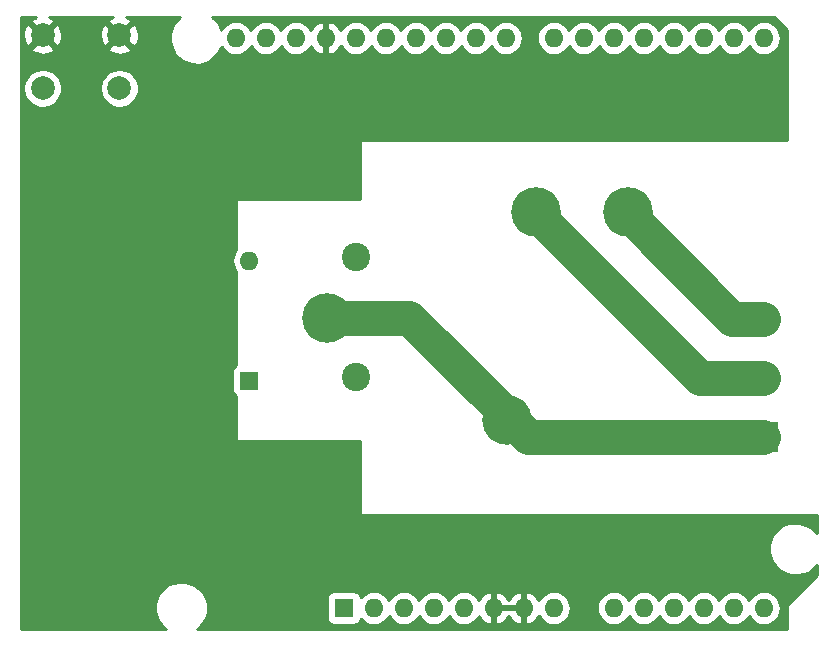
<source format=gbl>
G04 #@! TF.GenerationSoftware,KiCad,Pcbnew,(2017-11-08 revision cd21218)-HEAD*
G04 #@! TF.CreationDate,2018-02-05T18:12:23+02:00*
G04 #@! TF.ProjectId,esp8266_uno_relay,657370383236365F756E6F5F72656C61,rev?*
G04 #@! TF.SameCoordinates,Original*
G04 #@! TF.FileFunction,Copper,L2,Bot,Signal*
G04 #@! TF.FilePolarity,Positive*
%FSLAX46Y46*%
G04 Gerber Fmt 4.6, Leading zero omitted, Abs format (unit mm)*
G04 Created by KiCad (PCBNEW (2017-11-08 revision cd21218)-HEAD) date Mon Feb  5 18:12:23 2018*
%MOMM*%
%LPD*%
G01*
G04 APERTURE LIST*
%ADD10C,4.200000*%
%ADD11C,2.400000*%
%ADD12O,1.600000X1.600000*%
%ADD13R,1.600000X1.600000*%
%ADD14R,2.500000X2.500000*%
%ADD15C,2.500000*%
%ADD16C,2.000000*%
%ADD17C,0.450000*%
%ADD18C,3.000000*%
%ADD19C,0.254000*%
G04 APERTURE END LIST*
D10*
X157052146Y-110213880D03*
X149302146Y-110213880D03*
X146802146Y-127813880D03*
X131552146Y-119163880D03*
D11*
X134052146Y-114063880D03*
X134052146Y-124213880D03*
D12*
X123860000Y-95490000D03*
X126400000Y-95490000D03*
D13*
X133000000Y-143750000D03*
D12*
X163480000Y-95490000D03*
X135540000Y-143750000D03*
X160940000Y-95490000D03*
X138080000Y-143750000D03*
X158400000Y-95490000D03*
X140620000Y-143750000D03*
X155860000Y-95490000D03*
X143160000Y-143750000D03*
X153320000Y-95490000D03*
X145700000Y-143750000D03*
X150780000Y-95490000D03*
X148240000Y-143750000D03*
X146720000Y-95490000D03*
X150780000Y-143750000D03*
X144180000Y-95490000D03*
X155860000Y-143750000D03*
X141640000Y-95490000D03*
X158400000Y-143750000D03*
X139100000Y-95490000D03*
X160940000Y-143750000D03*
X136560000Y-95490000D03*
X163480000Y-143750000D03*
X134020000Y-95490000D03*
X166020000Y-143750000D03*
X131480000Y-95490000D03*
X168560000Y-143750000D03*
X128940000Y-95490000D03*
X168560000Y-95490000D03*
X166020000Y-95490000D03*
D13*
X125000000Y-124500000D03*
D12*
X125000000Y-114340000D03*
D14*
X168500000Y-129250000D03*
D15*
X168500000Y-124250000D03*
X168500000Y-119250000D03*
D16*
X114000000Y-95250000D03*
X114000000Y-99750000D03*
X107500000Y-95250000D03*
X107500000Y-99750000D03*
D17*
X110834999Y-95722500D03*
X148934999Y-95722500D03*
X110834999Y-98262500D03*
X115914999Y-98262500D03*
X118454999Y-98262500D03*
X120994999Y-98262500D03*
X123534999Y-98262500D03*
X126074999Y-98262500D03*
X128614999Y-98262500D03*
X131154999Y-98262500D03*
X133694999Y-98262500D03*
X136234999Y-98262500D03*
X138774999Y-98262500D03*
X141314999Y-98262500D03*
X143854999Y-98262500D03*
X148934999Y-98262500D03*
X110834999Y-100802500D03*
X118454999Y-100802500D03*
X120994999Y-100802500D03*
X123534999Y-100802500D03*
X126074999Y-100802500D03*
X128614999Y-100802500D03*
X131154999Y-100802500D03*
X133694999Y-100802500D03*
X136234999Y-100802500D03*
X138774999Y-100802500D03*
X141314999Y-100802500D03*
X143854999Y-100802500D03*
X108294999Y-103342500D03*
X110834999Y-103342500D03*
X115914999Y-103342500D03*
X118454999Y-103342500D03*
X120994999Y-103342500D03*
X123534999Y-103342500D03*
X126074999Y-103342500D03*
X128614999Y-103342500D03*
X131154999Y-103342500D03*
X133694999Y-103342500D03*
X136234999Y-103342500D03*
X138774999Y-103342500D03*
X141314999Y-103342500D03*
X146394999Y-103342500D03*
X148934999Y-103342500D03*
X151474999Y-103342500D03*
X154014999Y-103342500D03*
X156554999Y-103342500D03*
X159094999Y-103342500D03*
X161634999Y-103342500D03*
X164174999Y-103342500D03*
X166714999Y-103342500D03*
X169254999Y-103342500D03*
X108294999Y-105882500D03*
X110834999Y-105882500D03*
X115914999Y-105882500D03*
X118454999Y-105882500D03*
X120994999Y-105882500D03*
X123534999Y-105882500D03*
X126074999Y-105882500D03*
X128614999Y-105882500D03*
X131154999Y-105882500D03*
X108294999Y-108422500D03*
X110834999Y-108422500D03*
X115914999Y-108422500D03*
X118454999Y-108422500D03*
X120994999Y-108422500D03*
X123534999Y-108422500D03*
X126074999Y-108422500D03*
X128614999Y-108422500D03*
X131154999Y-108422500D03*
X108294999Y-110962500D03*
X110834999Y-110962500D03*
X115914999Y-110962500D03*
X118454999Y-110962500D03*
X120994999Y-110962500D03*
X123534999Y-110962500D03*
X108294999Y-113502500D03*
X110834999Y-113502500D03*
X115914999Y-113502500D03*
X118454999Y-113502500D03*
X120994999Y-113502500D03*
X123534999Y-113502500D03*
X108294999Y-116042500D03*
X110834999Y-116042500D03*
X115914999Y-116042500D03*
X118454999Y-116042500D03*
X120994999Y-116042500D03*
X123534999Y-116042500D03*
X108294999Y-118582500D03*
X110834999Y-118582500D03*
X115914999Y-118582500D03*
X118454999Y-118582500D03*
X120994999Y-118582500D03*
X123534999Y-118582500D03*
X108294999Y-121122500D03*
X110834999Y-121122500D03*
X113374999Y-121122500D03*
X118454999Y-121122500D03*
X120994999Y-121122500D03*
X123534999Y-121122500D03*
X108294999Y-123662500D03*
X110834999Y-123662500D03*
X113374999Y-123662500D03*
X115914999Y-123662500D03*
X120994999Y-123662500D03*
X123534999Y-123662500D03*
X108294999Y-126202500D03*
X110834999Y-126202500D03*
X113374999Y-126202500D03*
X115914999Y-126202500D03*
X118454999Y-126202500D03*
X123534999Y-126202500D03*
X108294999Y-128742500D03*
X110834999Y-128742500D03*
X113374999Y-128742500D03*
X115914999Y-128742500D03*
X118454999Y-128742500D03*
X120994999Y-128742500D03*
X108294999Y-131282500D03*
X110834999Y-131282500D03*
X113374999Y-131282500D03*
X115914999Y-131282500D03*
X118454999Y-131282500D03*
X120994999Y-131282500D03*
X123534999Y-131282500D03*
X128614999Y-131282500D03*
X131154999Y-131282500D03*
X108294999Y-133822500D03*
X110834999Y-133822500D03*
X113374999Y-133822500D03*
X115914999Y-133822500D03*
X118454999Y-133822500D03*
X120994999Y-133822500D03*
X123534999Y-133822500D03*
X126074999Y-133822500D03*
X131154999Y-133822500D03*
X108294999Y-136362500D03*
X110834999Y-136362500D03*
X113374999Y-136362500D03*
X115914999Y-136362500D03*
X118454999Y-136362500D03*
X120994999Y-136362500D03*
X123534999Y-136362500D03*
X126074999Y-136362500D03*
X128614999Y-136362500D03*
X133694999Y-136362500D03*
X108294999Y-138902500D03*
X110834999Y-138902500D03*
X113374999Y-138902500D03*
X115914999Y-138902500D03*
X118454999Y-138902500D03*
X120994999Y-138902500D03*
X123534999Y-138902500D03*
X126074999Y-138902500D03*
X128614999Y-138902500D03*
X131154999Y-138902500D03*
X136234999Y-138902500D03*
X141314999Y-138902500D03*
X143854999Y-138902500D03*
X146394999Y-138902500D03*
X148934999Y-138902500D03*
X151474999Y-138902500D03*
X154014999Y-138902500D03*
X156554999Y-138902500D03*
X159094999Y-138902500D03*
X161634999Y-138902500D03*
X164174999Y-138902500D03*
X166714999Y-138902500D03*
X108294999Y-141442500D03*
X110834999Y-141442500D03*
X113374999Y-141442500D03*
X115914999Y-141442500D03*
X118454999Y-141442500D03*
X120994999Y-141442500D03*
X123534999Y-141442500D03*
X126074999Y-141442500D03*
X128614999Y-141442500D03*
X131154999Y-141442500D03*
X133694999Y-141442500D03*
X138774999Y-141442500D03*
X143854999Y-141442500D03*
X146394999Y-141442500D03*
X148934999Y-141442500D03*
X151474999Y-141442500D03*
X154014999Y-141442500D03*
X156554999Y-141442500D03*
X159094999Y-141442500D03*
X161634999Y-141442500D03*
X164174999Y-141442500D03*
X166714999Y-141442500D03*
X169254999Y-141442500D03*
X108294999Y-143982500D03*
X110834999Y-143982500D03*
X113374999Y-143982500D03*
X115914999Y-143982500D03*
X123534999Y-143982500D03*
X126074999Y-143982500D03*
X128614999Y-143982500D03*
X131154999Y-143982500D03*
X154014999Y-143982500D03*
D18*
X168500000Y-119250000D02*
X165888266Y-119250000D01*
X165888266Y-119250000D02*
X157052146Y-110413880D01*
X168500000Y-129250000D02*
X148638266Y-129250000D01*
X148638266Y-129250000D02*
X146802146Y-127413880D01*
X131552146Y-119163880D02*
X138552146Y-119163880D01*
X138552146Y-119163880D02*
X146802146Y-127413880D01*
X168500000Y-124250000D02*
X163138266Y-124250000D01*
X163138266Y-124250000D02*
X149302146Y-110413880D01*
D19*
G36*
X106813912Y-93757205D02*
X106639956Y-93850186D01*
X106544192Y-94114587D01*
X107500000Y-95070395D01*
X108455808Y-94114587D01*
X108360044Y-93850186D01*
X108071876Y-93710000D01*
X113450551Y-93710000D01*
X113313912Y-93757205D01*
X113139956Y-93850186D01*
X113044192Y-94114587D01*
X114000000Y-95070395D01*
X114955808Y-94114587D01*
X114860044Y-93850186D01*
X114571876Y-93710000D01*
X119153512Y-93710000D01*
X119092764Y-93749752D01*
X118779607Y-94056419D01*
X118531978Y-94418071D01*
X118359311Y-94820933D01*
X118268182Y-95249662D01*
X118262062Y-95687925D01*
X118341185Y-96119030D01*
X118502536Y-96526557D01*
X118739970Y-96894982D01*
X119044443Y-97210273D01*
X119404358Y-97460421D01*
X119806005Y-97635896D01*
X120234087Y-97730016D01*
X120672297Y-97739195D01*
X121103944Y-97663084D01*
X121512587Y-97504582D01*
X121882661Y-97269726D01*
X122200070Y-96967461D01*
X122452724Y-96609302D01*
X122626473Y-96219056D01*
X122664758Y-96291060D01*
X122841766Y-96508093D01*
X123057558Y-96686612D01*
X123303915Y-96819817D01*
X123571453Y-96902633D01*
X123849982Y-96931908D01*
X124128892Y-96906525D01*
X124397560Y-96827452D01*
X124645753Y-96697700D01*
X124864017Y-96522211D01*
X125044038Y-96307671D01*
X125130228Y-96150891D01*
X125204758Y-96291060D01*
X125381766Y-96508093D01*
X125597558Y-96686612D01*
X125843915Y-96819817D01*
X126111453Y-96902633D01*
X126389982Y-96931908D01*
X126668892Y-96906525D01*
X126937560Y-96827452D01*
X127185753Y-96697700D01*
X127404017Y-96522211D01*
X127584038Y-96307671D01*
X127670228Y-96150891D01*
X127744758Y-96291060D01*
X127921766Y-96508093D01*
X128137558Y-96686612D01*
X128383915Y-96819817D01*
X128651453Y-96902633D01*
X128929982Y-96931908D01*
X129208892Y-96906525D01*
X129477560Y-96827452D01*
X129725753Y-96697700D01*
X129944017Y-96522211D01*
X130124038Y-96307671D01*
X130210656Y-96150112D01*
X130327615Y-96345131D01*
X130516586Y-96553519D01*
X130742580Y-96721037D01*
X130996913Y-96841246D01*
X131130961Y-96881904D01*
X131353000Y-96759915D01*
X131353000Y-95617000D01*
X131333000Y-95617000D01*
X131333000Y-95363000D01*
X131353000Y-95363000D01*
X131353000Y-94220085D01*
X131607000Y-94220085D01*
X131607000Y-95363000D01*
X131627000Y-95363000D01*
X131627000Y-95617000D01*
X131607000Y-95617000D01*
X131607000Y-96759915D01*
X131829039Y-96881904D01*
X131963087Y-96841246D01*
X132217420Y-96721037D01*
X132443414Y-96553519D01*
X132632385Y-96345131D01*
X132749593Y-96149696D01*
X132824758Y-96291060D01*
X133001766Y-96508093D01*
X133217558Y-96686612D01*
X133463915Y-96819817D01*
X133731453Y-96902633D01*
X134009982Y-96931908D01*
X134288892Y-96906525D01*
X134557560Y-96827452D01*
X134805753Y-96697700D01*
X135024017Y-96522211D01*
X135204038Y-96307671D01*
X135290228Y-96150891D01*
X135364758Y-96291060D01*
X135541766Y-96508093D01*
X135757558Y-96686612D01*
X136003915Y-96819817D01*
X136271453Y-96902633D01*
X136549982Y-96931908D01*
X136828892Y-96906525D01*
X137097560Y-96827452D01*
X137345753Y-96697700D01*
X137564017Y-96522211D01*
X137744038Y-96307671D01*
X137830228Y-96150891D01*
X137904758Y-96291060D01*
X138081766Y-96508093D01*
X138297558Y-96686612D01*
X138543915Y-96819817D01*
X138811453Y-96902633D01*
X139089982Y-96931908D01*
X139368892Y-96906525D01*
X139637560Y-96827452D01*
X139885753Y-96697700D01*
X140104017Y-96522211D01*
X140284038Y-96307671D01*
X140370228Y-96150891D01*
X140444758Y-96291060D01*
X140621766Y-96508093D01*
X140837558Y-96686612D01*
X141083915Y-96819817D01*
X141351453Y-96902633D01*
X141629982Y-96931908D01*
X141908892Y-96906525D01*
X142177560Y-96827452D01*
X142425753Y-96697700D01*
X142644017Y-96522211D01*
X142824038Y-96307671D01*
X142910228Y-96150891D01*
X142984758Y-96291060D01*
X143161766Y-96508093D01*
X143377558Y-96686612D01*
X143623915Y-96819817D01*
X143891453Y-96902633D01*
X144169982Y-96931908D01*
X144448892Y-96906525D01*
X144717560Y-96827452D01*
X144965753Y-96697700D01*
X145184017Y-96522211D01*
X145364038Y-96307671D01*
X145450228Y-96150891D01*
X145524758Y-96291060D01*
X145701766Y-96508093D01*
X145917558Y-96686612D01*
X146163915Y-96819817D01*
X146431453Y-96902633D01*
X146709982Y-96931908D01*
X146988892Y-96906525D01*
X147257560Y-96827452D01*
X147505753Y-96697700D01*
X147724017Y-96522211D01*
X147904038Y-96307671D01*
X148038959Y-96062250D01*
X148123642Y-95795296D01*
X148154860Y-95516979D01*
X148155000Y-95496943D01*
X148155000Y-95483057D01*
X149345000Y-95483057D01*
X149345000Y-95496943D01*
X149372329Y-95775669D01*
X149453276Y-96043779D01*
X149584758Y-96291060D01*
X149761766Y-96508093D01*
X149977558Y-96686612D01*
X150223915Y-96819817D01*
X150491453Y-96902633D01*
X150769982Y-96931908D01*
X151048892Y-96906525D01*
X151317560Y-96827452D01*
X151565753Y-96697700D01*
X151784017Y-96522211D01*
X151964038Y-96307671D01*
X152050228Y-96150891D01*
X152124758Y-96291060D01*
X152301766Y-96508093D01*
X152517558Y-96686612D01*
X152763915Y-96819817D01*
X153031453Y-96902633D01*
X153309982Y-96931908D01*
X153588892Y-96906525D01*
X153857560Y-96827452D01*
X154105753Y-96697700D01*
X154324017Y-96522211D01*
X154504038Y-96307671D01*
X154590228Y-96150891D01*
X154664758Y-96291060D01*
X154841766Y-96508093D01*
X155057558Y-96686612D01*
X155303915Y-96819817D01*
X155571453Y-96902633D01*
X155849982Y-96931908D01*
X156128892Y-96906525D01*
X156397560Y-96827452D01*
X156645753Y-96697700D01*
X156864017Y-96522211D01*
X157044038Y-96307671D01*
X157130228Y-96150891D01*
X157204758Y-96291060D01*
X157381766Y-96508093D01*
X157597558Y-96686612D01*
X157843915Y-96819817D01*
X158111453Y-96902633D01*
X158389982Y-96931908D01*
X158668892Y-96906525D01*
X158937560Y-96827452D01*
X159185753Y-96697700D01*
X159404017Y-96522211D01*
X159584038Y-96307671D01*
X159670228Y-96150891D01*
X159744758Y-96291060D01*
X159921766Y-96508093D01*
X160137558Y-96686612D01*
X160383915Y-96819817D01*
X160651453Y-96902633D01*
X160929982Y-96931908D01*
X161208892Y-96906525D01*
X161477560Y-96827452D01*
X161725753Y-96697700D01*
X161944017Y-96522211D01*
X162124038Y-96307671D01*
X162210228Y-96150891D01*
X162284758Y-96291060D01*
X162461766Y-96508093D01*
X162677558Y-96686612D01*
X162923915Y-96819817D01*
X163191453Y-96902633D01*
X163469982Y-96931908D01*
X163748892Y-96906525D01*
X164017560Y-96827452D01*
X164265753Y-96697700D01*
X164484017Y-96522211D01*
X164664038Y-96307671D01*
X164750228Y-96150891D01*
X164824758Y-96291060D01*
X165001766Y-96508093D01*
X165217558Y-96686612D01*
X165463915Y-96819817D01*
X165731453Y-96902633D01*
X166009982Y-96931908D01*
X166288892Y-96906525D01*
X166557560Y-96827452D01*
X166805753Y-96697700D01*
X167024017Y-96522211D01*
X167204038Y-96307671D01*
X167290228Y-96150891D01*
X167364758Y-96291060D01*
X167541766Y-96508093D01*
X167757558Y-96686612D01*
X168003915Y-96819817D01*
X168271453Y-96902633D01*
X168549982Y-96931908D01*
X168828892Y-96906525D01*
X169097560Y-96827452D01*
X169345753Y-96697700D01*
X169564017Y-96522211D01*
X169744038Y-96307671D01*
X169878959Y-96062250D01*
X169963642Y-95795296D01*
X169994860Y-95516979D01*
X169995000Y-95496943D01*
X169995000Y-95483057D01*
X169967671Y-95204331D01*
X169886724Y-94936221D01*
X169755242Y-94688940D01*
X169578234Y-94471907D01*
X169362442Y-94293388D01*
X169116085Y-94160183D01*
X168848547Y-94077367D01*
X168570018Y-94048092D01*
X168291108Y-94073475D01*
X168022440Y-94152548D01*
X167774247Y-94282300D01*
X167555983Y-94457789D01*
X167375962Y-94672329D01*
X167289772Y-94829109D01*
X167215242Y-94688940D01*
X167038234Y-94471907D01*
X166822442Y-94293388D01*
X166576085Y-94160183D01*
X166308547Y-94077367D01*
X166030018Y-94048092D01*
X165751108Y-94073475D01*
X165482440Y-94152548D01*
X165234247Y-94282300D01*
X165015983Y-94457789D01*
X164835962Y-94672329D01*
X164749772Y-94829109D01*
X164675242Y-94688940D01*
X164498234Y-94471907D01*
X164282442Y-94293388D01*
X164036085Y-94160183D01*
X163768547Y-94077367D01*
X163490018Y-94048092D01*
X163211108Y-94073475D01*
X162942440Y-94152548D01*
X162694247Y-94282300D01*
X162475983Y-94457789D01*
X162295962Y-94672329D01*
X162209772Y-94829109D01*
X162135242Y-94688940D01*
X161958234Y-94471907D01*
X161742442Y-94293388D01*
X161496085Y-94160183D01*
X161228547Y-94077367D01*
X160950018Y-94048092D01*
X160671108Y-94073475D01*
X160402440Y-94152548D01*
X160154247Y-94282300D01*
X159935983Y-94457789D01*
X159755962Y-94672329D01*
X159669772Y-94829109D01*
X159595242Y-94688940D01*
X159418234Y-94471907D01*
X159202442Y-94293388D01*
X158956085Y-94160183D01*
X158688547Y-94077367D01*
X158410018Y-94048092D01*
X158131108Y-94073475D01*
X157862440Y-94152548D01*
X157614247Y-94282300D01*
X157395983Y-94457789D01*
X157215962Y-94672329D01*
X157129772Y-94829109D01*
X157055242Y-94688940D01*
X156878234Y-94471907D01*
X156662442Y-94293388D01*
X156416085Y-94160183D01*
X156148547Y-94077367D01*
X155870018Y-94048092D01*
X155591108Y-94073475D01*
X155322440Y-94152548D01*
X155074247Y-94282300D01*
X154855983Y-94457789D01*
X154675962Y-94672329D01*
X154589772Y-94829109D01*
X154515242Y-94688940D01*
X154338234Y-94471907D01*
X154122442Y-94293388D01*
X153876085Y-94160183D01*
X153608547Y-94077367D01*
X153330018Y-94048092D01*
X153051108Y-94073475D01*
X152782440Y-94152548D01*
X152534247Y-94282300D01*
X152315983Y-94457789D01*
X152135962Y-94672329D01*
X152049772Y-94829109D01*
X151975242Y-94688940D01*
X151798234Y-94471907D01*
X151582442Y-94293388D01*
X151336085Y-94160183D01*
X151068547Y-94077367D01*
X150790018Y-94048092D01*
X150511108Y-94073475D01*
X150242440Y-94152548D01*
X149994247Y-94282300D01*
X149775983Y-94457789D01*
X149595962Y-94672329D01*
X149461041Y-94917750D01*
X149376358Y-95184704D01*
X149345140Y-95463021D01*
X149345000Y-95483057D01*
X148155000Y-95483057D01*
X148127671Y-95204331D01*
X148046724Y-94936221D01*
X147915242Y-94688940D01*
X147738234Y-94471907D01*
X147522442Y-94293388D01*
X147276085Y-94160183D01*
X147008547Y-94077367D01*
X146730018Y-94048092D01*
X146451108Y-94073475D01*
X146182440Y-94152548D01*
X145934247Y-94282300D01*
X145715983Y-94457789D01*
X145535962Y-94672329D01*
X145449772Y-94829109D01*
X145375242Y-94688940D01*
X145198234Y-94471907D01*
X144982442Y-94293388D01*
X144736085Y-94160183D01*
X144468547Y-94077367D01*
X144190018Y-94048092D01*
X143911108Y-94073475D01*
X143642440Y-94152548D01*
X143394247Y-94282300D01*
X143175983Y-94457789D01*
X142995962Y-94672329D01*
X142909772Y-94829109D01*
X142835242Y-94688940D01*
X142658234Y-94471907D01*
X142442442Y-94293388D01*
X142196085Y-94160183D01*
X141928547Y-94077367D01*
X141650018Y-94048092D01*
X141371108Y-94073475D01*
X141102440Y-94152548D01*
X140854247Y-94282300D01*
X140635983Y-94457789D01*
X140455962Y-94672329D01*
X140369772Y-94829109D01*
X140295242Y-94688940D01*
X140118234Y-94471907D01*
X139902442Y-94293388D01*
X139656085Y-94160183D01*
X139388547Y-94077367D01*
X139110018Y-94048092D01*
X138831108Y-94073475D01*
X138562440Y-94152548D01*
X138314247Y-94282300D01*
X138095983Y-94457789D01*
X137915962Y-94672329D01*
X137829772Y-94829109D01*
X137755242Y-94688940D01*
X137578234Y-94471907D01*
X137362442Y-94293388D01*
X137116085Y-94160183D01*
X136848547Y-94077367D01*
X136570018Y-94048092D01*
X136291108Y-94073475D01*
X136022440Y-94152548D01*
X135774247Y-94282300D01*
X135555983Y-94457789D01*
X135375962Y-94672329D01*
X135289772Y-94829109D01*
X135215242Y-94688940D01*
X135038234Y-94471907D01*
X134822442Y-94293388D01*
X134576085Y-94160183D01*
X134308547Y-94077367D01*
X134030018Y-94048092D01*
X133751108Y-94073475D01*
X133482440Y-94152548D01*
X133234247Y-94282300D01*
X133015983Y-94457789D01*
X132835962Y-94672329D01*
X132749344Y-94829888D01*
X132632385Y-94634869D01*
X132443414Y-94426481D01*
X132217420Y-94258963D01*
X131963087Y-94138754D01*
X131829039Y-94098096D01*
X131607000Y-94220085D01*
X131353000Y-94220085D01*
X131130961Y-94098096D01*
X130996913Y-94138754D01*
X130742580Y-94258963D01*
X130516586Y-94426481D01*
X130327615Y-94634869D01*
X130210407Y-94830304D01*
X130135242Y-94688940D01*
X129958234Y-94471907D01*
X129742442Y-94293388D01*
X129496085Y-94160183D01*
X129228547Y-94077367D01*
X128950018Y-94048092D01*
X128671108Y-94073475D01*
X128402440Y-94152548D01*
X128154247Y-94282300D01*
X127935983Y-94457789D01*
X127755962Y-94672329D01*
X127669772Y-94829109D01*
X127595242Y-94688940D01*
X127418234Y-94471907D01*
X127202442Y-94293388D01*
X126956085Y-94160183D01*
X126688547Y-94077367D01*
X126410018Y-94048092D01*
X126131108Y-94073475D01*
X125862440Y-94152548D01*
X125614247Y-94282300D01*
X125395983Y-94457789D01*
X125215962Y-94672329D01*
X125129772Y-94829109D01*
X125055242Y-94688940D01*
X124878234Y-94471907D01*
X124662442Y-94293388D01*
X124416085Y-94160183D01*
X124148547Y-94077367D01*
X123870018Y-94048092D01*
X123591108Y-94073475D01*
X123322440Y-94152548D01*
X123074247Y-94282300D01*
X122855983Y-94457789D01*
X122675962Y-94672329D01*
X122619041Y-94775868D01*
X122482936Y-94445654D01*
X122240381Y-94080580D01*
X121931536Y-93769571D01*
X121843219Y-93710000D01*
X169455908Y-93710000D01*
X170540000Y-94794092D01*
X170540000Y-104123000D01*
X134500000Y-104123000D01*
X134451399Y-104132667D01*
X134410197Y-104160197D01*
X134382667Y-104201399D01*
X134373000Y-104250000D01*
X134373000Y-109123000D01*
X124000000Y-109123000D01*
X123951399Y-109132667D01*
X123910197Y-109160197D01*
X123882667Y-109201399D01*
X123873000Y-109250000D01*
X123873000Y-113454354D01*
X123815962Y-113522329D01*
X123681041Y-113767750D01*
X123596358Y-114034704D01*
X123565140Y-114313021D01*
X123565000Y-114333057D01*
X123565000Y-114346943D01*
X123592329Y-114625669D01*
X123673276Y-114893779D01*
X123804758Y-115141060D01*
X123873000Y-115224733D01*
X123873000Y-123154767D01*
X123845506Y-123169463D01*
X123748815Y-123248815D01*
X123669463Y-123345506D01*
X123610498Y-123455820D01*
X123574188Y-123575518D01*
X123561928Y-123700000D01*
X123561928Y-125300000D01*
X123574188Y-125424482D01*
X123610498Y-125544180D01*
X123669463Y-125654494D01*
X123748815Y-125751185D01*
X123845506Y-125830537D01*
X123873000Y-125845233D01*
X123873000Y-129500000D01*
X123882667Y-129548601D01*
X123910197Y-129589803D01*
X123951399Y-129617333D01*
X124000000Y-129627000D01*
X134373000Y-129627000D01*
X134373000Y-135750000D01*
X134382667Y-135798601D01*
X134410197Y-135839803D01*
X134451399Y-135867333D01*
X134500000Y-135877000D01*
X173040000Y-135877000D01*
X173040000Y-137405262D01*
X172990381Y-137330580D01*
X172681536Y-137019571D01*
X172318164Y-136774473D01*
X171914105Y-136604622D01*
X171484751Y-136516489D01*
X171046456Y-136513429D01*
X170615914Y-136595559D01*
X170209523Y-136759752D01*
X169842764Y-136999752D01*
X169529607Y-137306419D01*
X169281978Y-137668071D01*
X169109311Y-138070933D01*
X169018182Y-138499662D01*
X169012062Y-138937925D01*
X169091185Y-139369030D01*
X169252536Y-139776557D01*
X169489970Y-140144982D01*
X169794443Y-140460273D01*
X170154358Y-140710421D01*
X170556005Y-140885896D01*
X170984087Y-140980016D01*
X171422297Y-140989195D01*
X171853944Y-140913084D01*
X172262587Y-140754582D01*
X172632661Y-140519726D01*
X172950070Y-140217461D01*
X173040000Y-140089977D01*
X173040000Y-140955908D01*
X170747954Y-143247954D01*
X170706342Y-143298614D01*
X170664169Y-143348873D01*
X170662369Y-143352147D01*
X170660001Y-143355030D01*
X170629003Y-143412841D01*
X170597414Y-143470301D01*
X170596286Y-143473856D01*
X170594520Y-143477150D01*
X170575341Y-143539885D01*
X170555515Y-143602383D01*
X170555099Y-143606096D01*
X170554008Y-143609663D01*
X170547388Y-143674838D01*
X170540069Y-143740087D01*
X170540018Y-143747393D01*
X170540005Y-143747522D01*
X170540016Y-143747643D01*
X170540000Y-143750000D01*
X170540000Y-145540000D01*
X120600714Y-145540000D01*
X120632661Y-145519726D01*
X120950070Y-145217461D01*
X121202724Y-144859302D01*
X121380999Y-144458889D01*
X121478105Y-144031475D01*
X121485096Y-143530847D01*
X121399962Y-143100888D01*
X121337771Y-142950000D01*
X131561928Y-142950000D01*
X131561928Y-144550000D01*
X131574188Y-144674482D01*
X131610498Y-144794180D01*
X131669463Y-144904494D01*
X131748815Y-145001185D01*
X131845506Y-145080537D01*
X131955820Y-145139502D01*
X132075518Y-145175812D01*
X132200000Y-145188072D01*
X133800000Y-145188072D01*
X133924482Y-145175812D01*
X134044180Y-145139502D01*
X134154494Y-145080537D01*
X134251185Y-145001185D01*
X134330537Y-144904494D01*
X134389502Y-144794180D01*
X134425812Y-144674482D01*
X134427925Y-144653032D01*
X134521766Y-144768093D01*
X134737558Y-144946612D01*
X134983915Y-145079817D01*
X135251453Y-145162633D01*
X135529982Y-145191908D01*
X135808892Y-145166525D01*
X136077560Y-145087452D01*
X136325753Y-144957700D01*
X136544017Y-144782211D01*
X136724038Y-144567671D01*
X136810228Y-144410891D01*
X136884758Y-144551060D01*
X137061766Y-144768093D01*
X137277558Y-144946612D01*
X137523915Y-145079817D01*
X137791453Y-145162633D01*
X138069982Y-145191908D01*
X138348892Y-145166525D01*
X138617560Y-145087452D01*
X138865753Y-144957700D01*
X139084017Y-144782211D01*
X139264038Y-144567671D01*
X139350228Y-144410891D01*
X139424758Y-144551060D01*
X139601766Y-144768093D01*
X139817558Y-144946612D01*
X140063915Y-145079817D01*
X140331453Y-145162633D01*
X140609982Y-145191908D01*
X140888892Y-145166525D01*
X141157560Y-145087452D01*
X141405753Y-144957700D01*
X141624017Y-144782211D01*
X141804038Y-144567671D01*
X141890228Y-144410891D01*
X141964758Y-144551060D01*
X142141766Y-144768093D01*
X142357558Y-144946612D01*
X142603915Y-145079817D01*
X142871453Y-145162633D01*
X143149982Y-145191908D01*
X143428892Y-145166525D01*
X143697560Y-145087452D01*
X143945753Y-144957700D01*
X144164017Y-144782211D01*
X144344038Y-144567671D01*
X144430656Y-144410112D01*
X144547615Y-144605131D01*
X144736586Y-144813519D01*
X144962580Y-144981037D01*
X145216913Y-145101246D01*
X145350961Y-145141904D01*
X145573000Y-145019915D01*
X145573000Y-143877000D01*
X145827000Y-143877000D01*
X145827000Y-145019915D01*
X146049039Y-145141904D01*
X146183087Y-145101246D01*
X146437420Y-144981037D01*
X146663414Y-144813519D01*
X146852385Y-144605131D01*
X146970000Y-144409018D01*
X147087615Y-144605131D01*
X147276586Y-144813519D01*
X147502580Y-144981037D01*
X147756913Y-145101246D01*
X147890961Y-145141904D01*
X148113000Y-145019915D01*
X148113000Y-143877000D01*
X145827000Y-143877000D01*
X145573000Y-143877000D01*
X145553000Y-143877000D01*
X145553000Y-143623000D01*
X145573000Y-143623000D01*
X145573000Y-142480085D01*
X145827000Y-142480085D01*
X145827000Y-143623000D01*
X148113000Y-143623000D01*
X148113000Y-142480085D01*
X148367000Y-142480085D01*
X148367000Y-143623000D01*
X148387000Y-143623000D01*
X148387000Y-143877000D01*
X148367000Y-143877000D01*
X148367000Y-145019915D01*
X148589039Y-145141904D01*
X148723087Y-145101246D01*
X148977420Y-144981037D01*
X149203414Y-144813519D01*
X149392385Y-144605131D01*
X149509593Y-144409696D01*
X149584758Y-144551060D01*
X149761766Y-144768093D01*
X149977558Y-144946612D01*
X150223915Y-145079817D01*
X150491453Y-145162633D01*
X150769982Y-145191908D01*
X151048892Y-145166525D01*
X151317560Y-145087452D01*
X151565753Y-144957700D01*
X151784017Y-144782211D01*
X151964038Y-144567671D01*
X152098959Y-144322250D01*
X152183642Y-144055296D01*
X152214860Y-143776979D01*
X152215000Y-143756943D01*
X152215000Y-143743057D01*
X154425000Y-143743057D01*
X154425000Y-143756943D01*
X154452329Y-144035669D01*
X154533276Y-144303779D01*
X154664758Y-144551060D01*
X154841766Y-144768093D01*
X155057558Y-144946612D01*
X155303915Y-145079817D01*
X155571453Y-145162633D01*
X155849982Y-145191908D01*
X156128892Y-145166525D01*
X156397560Y-145087452D01*
X156645753Y-144957700D01*
X156864017Y-144782211D01*
X157044038Y-144567671D01*
X157130228Y-144410891D01*
X157204758Y-144551060D01*
X157381766Y-144768093D01*
X157597558Y-144946612D01*
X157843915Y-145079817D01*
X158111453Y-145162633D01*
X158389982Y-145191908D01*
X158668892Y-145166525D01*
X158937560Y-145087452D01*
X159185753Y-144957700D01*
X159404017Y-144782211D01*
X159584038Y-144567671D01*
X159670228Y-144410891D01*
X159744758Y-144551060D01*
X159921766Y-144768093D01*
X160137558Y-144946612D01*
X160383915Y-145079817D01*
X160651453Y-145162633D01*
X160929982Y-145191908D01*
X161208892Y-145166525D01*
X161477560Y-145087452D01*
X161725753Y-144957700D01*
X161944017Y-144782211D01*
X162124038Y-144567671D01*
X162210228Y-144410891D01*
X162284758Y-144551060D01*
X162461766Y-144768093D01*
X162677558Y-144946612D01*
X162923915Y-145079817D01*
X163191453Y-145162633D01*
X163469982Y-145191908D01*
X163748892Y-145166525D01*
X164017560Y-145087452D01*
X164265753Y-144957700D01*
X164484017Y-144782211D01*
X164664038Y-144567671D01*
X164750228Y-144410891D01*
X164824758Y-144551060D01*
X165001766Y-144768093D01*
X165217558Y-144946612D01*
X165463915Y-145079817D01*
X165731453Y-145162633D01*
X166009982Y-145191908D01*
X166288892Y-145166525D01*
X166557560Y-145087452D01*
X166805753Y-144957700D01*
X167024017Y-144782211D01*
X167204038Y-144567671D01*
X167290228Y-144410891D01*
X167364758Y-144551060D01*
X167541766Y-144768093D01*
X167757558Y-144946612D01*
X168003915Y-145079817D01*
X168271453Y-145162633D01*
X168549982Y-145191908D01*
X168828892Y-145166525D01*
X169097560Y-145087452D01*
X169345753Y-144957700D01*
X169564017Y-144782211D01*
X169744038Y-144567671D01*
X169878959Y-144322250D01*
X169963642Y-144055296D01*
X169994860Y-143776979D01*
X169995000Y-143756943D01*
X169995000Y-143743057D01*
X169967671Y-143464331D01*
X169886724Y-143196221D01*
X169755242Y-142948940D01*
X169578234Y-142731907D01*
X169362442Y-142553388D01*
X169116085Y-142420183D01*
X168848547Y-142337367D01*
X168570018Y-142308092D01*
X168291108Y-142333475D01*
X168022440Y-142412548D01*
X167774247Y-142542300D01*
X167555983Y-142717789D01*
X167375962Y-142932329D01*
X167289772Y-143089109D01*
X167215242Y-142948940D01*
X167038234Y-142731907D01*
X166822442Y-142553388D01*
X166576085Y-142420183D01*
X166308547Y-142337367D01*
X166030018Y-142308092D01*
X165751108Y-142333475D01*
X165482440Y-142412548D01*
X165234247Y-142542300D01*
X165015983Y-142717789D01*
X164835962Y-142932329D01*
X164749772Y-143089109D01*
X164675242Y-142948940D01*
X164498234Y-142731907D01*
X164282442Y-142553388D01*
X164036085Y-142420183D01*
X163768547Y-142337367D01*
X163490018Y-142308092D01*
X163211108Y-142333475D01*
X162942440Y-142412548D01*
X162694247Y-142542300D01*
X162475983Y-142717789D01*
X162295962Y-142932329D01*
X162209772Y-143089109D01*
X162135242Y-142948940D01*
X161958234Y-142731907D01*
X161742442Y-142553388D01*
X161496085Y-142420183D01*
X161228547Y-142337367D01*
X160950018Y-142308092D01*
X160671108Y-142333475D01*
X160402440Y-142412548D01*
X160154247Y-142542300D01*
X159935983Y-142717789D01*
X159755962Y-142932329D01*
X159669772Y-143089109D01*
X159595242Y-142948940D01*
X159418234Y-142731907D01*
X159202442Y-142553388D01*
X158956085Y-142420183D01*
X158688547Y-142337367D01*
X158410018Y-142308092D01*
X158131108Y-142333475D01*
X157862440Y-142412548D01*
X157614247Y-142542300D01*
X157395983Y-142717789D01*
X157215962Y-142932329D01*
X157129772Y-143089109D01*
X157055242Y-142948940D01*
X156878234Y-142731907D01*
X156662442Y-142553388D01*
X156416085Y-142420183D01*
X156148547Y-142337367D01*
X155870018Y-142308092D01*
X155591108Y-142333475D01*
X155322440Y-142412548D01*
X155074247Y-142542300D01*
X154855983Y-142717789D01*
X154675962Y-142932329D01*
X154541041Y-143177750D01*
X154456358Y-143444704D01*
X154425140Y-143723021D01*
X154425000Y-143743057D01*
X152215000Y-143743057D01*
X152187671Y-143464331D01*
X152106724Y-143196221D01*
X151975242Y-142948940D01*
X151798234Y-142731907D01*
X151582442Y-142553388D01*
X151336085Y-142420183D01*
X151068547Y-142337367D01*
X150790018Y-142308092D01*
X150511108Y-142333475D01*
X150242440Y-142412548D01*
X149994247Y-142542300D01*
X149775983Y-142717789D01*
X149595962Y-142932329D01*
X149509344Y-143089888D01*
X149392385Y-142894869D01*
X149203414Y-142686481D01*
X148977420Y-142518963D01*
X148723087Y-142398754D01*
X148589039Y-142358096D01*
X148367000Y-142480085D01*
X148113000Y-142480085D01*
X147890961Y-142358096D01*
X147756913Y-142398754D01*
X147502580Y-142518963D01*
X147276586Y-142686481D01*
X147087615Y-142894869D01*
X146970000Y-143090982D01*
X146852385Y-142894869D01*
X146663414Y-142686481D01*
X146437420Y-142518963D01*
X146183087Y-142398754D01*
X146049039Y-142358096D01*
X145827000Y-142480085D01*
X145573000Y-142480085D01*
X145350961Y-142358096D01*
X145216913Y-142398754D01*
X144962580Y-142518963D01*
X144736586Y-142686481D01*
X144547615Y-142894869D01*
X144430407Y-143090304D01*
X144355242Y-142948940D01*
X144178234Y-142731907D01*
X143962442Y-142553388D01*
X143716085Y-142420183D01*
X143448547Y-142337367D01*
X143170018Y-142308092D01*
X142891108Y-142333475D01*
X142622440Y-142412548D01*
X142374247Y-142542300D01*
X142155983Y-142717789D01*
X141975962Y-142932329D01*
X141889772Y-143089109D01*
X141815242Y-142948940D01*
X141638234Y-142731907D01*
X141422442Y-142553388D01*
X141176085Y-142420183D01*
X140908547Y-142337367D01*
X140630018Y-142308092D01*
X140351108Y-142333475D01*
X140082440Y-142412548D01*
X139834247Y-142542300D01*
X139615983Y-142717789D01*
X139435962Y-142932329D01*
X139349772Y-143089109D01*
X139275242Y-142948940D01*
X139098234Y-142731907D01*
X138882442Y-142553388D01*
X138636085Y-142420183D01*
X138368547Y-142337367D01*
X138090018Y-142308092D01*
X137811108Y-142333475D01*
X137542440Y-142412548D01*
X137294247Y-142542300D01*
X137075983Y-142717789D01*
X136895962Y-142932329D01*
X136809772Y-143089109D01*
X136735242Y-142948940D01*
X136558234Y-142731907D01*
X136342442Y-142553388D01*
X136096085Y-142420183D01*
X135828547Y-142337367D01*
X135550018Y-142308092D01*
X135271108Y-142333475D01*
X135002440Y-142412548D01*
X134754247Y-142542300D01*
X134535983Y-142717789D01*
X134427889Y-142846610D01*
X134425812Y-142825518D01*
X134389502Y-142705820D01*
X134330537Y-142595506D01*
X134251185Y-142498815D01*
X134154494Y-142419463D01*
X134044180Y-142360498D01*
X133924482Y-142324188D01*
X133800000Y-142311928D01*
X132200000Y-142311928D01*
X132075518Y-142324188D01*
X131955820Y-142360498D01*
X131845506Y-142419463D01*
X131748815Y-142498815D01*
X131669463Y-142595506D01*
X131610498Y-142705820D01*
X131574188Y-142825518D01*
X131561928Y-142950000D01*
X121337771Y-142950000D01*
X121232936Y-142695654D01*
X120990381Y-142330580D01*
X120681536Y-142019571D01*
X120318164Y-141774473D01*
X119914105Y-141604622D01*
X119484751Y-141516489D01*
X119046456Y-141513429D01*
X118615914Y-141595559D01*
X118209523Y-141759752D01*
X117842764Y-141999752D01*
X117529607Y-142306419D01*
X117281978Y-142668071D01*
X117109311Y-143070933D01*
X117018182Y-143499662D01*
X117012062Y-143937925D01*
X117091185Y-144369030D01*
X117252536Y-144776557D01*
X117489970Y-145144982D01*
X117794443Y-145460273D01*
X117909155Y-145540000D01*
X105710000Y-145540000D01*
X105710000Y-99887475D01*
X105862851Y-99887475D01*
X105920733Y-100202848D01*
X106038768Y-100500971D01*
X106212461Y-100770491D01*
X106435197Y-101001140D01*
X106698490Y-101184133D01*
X106992313Y-101312501D01*
X107305473Y-101381354D01*
X107626043Y-101388069D01*
X107941811Y-101332390D01*
X108240752Y-101216439D01*
X108511477Y-101044632D01*
X108743676Y-100823512D01*
X108928503Y-100561503D01*
X109058919Y-100268583D01*
X109129956Y-99955911D01*
X109130911Y-99887475D01*
X112362851Y-99887475D01*
X112420733Y-100202848D01*
X112538768Y-100500971D01*
X112712461Y-100770491D01*
X112935197Y-101001140D01*
X113198490Y-101184133D01*
X113492313Y-101312501D01*
X113805473Y-101381354D01*
X114126043Y-101388069D01*
X114441811Y-101332390D01*
X114740752Y-101216439D01*
X115011477Y-101044632D01*
X115243676Y-100823512D01*
X115428503Y-100561503D01*
X115558919Y-100268583D01*
X115629956Y-99955911D01*
X115635070Y-99589680D01*
X115572791Y-99275146D01*
X115450604Y-98978700D01*
X115273165Y-98711632D01*
X115047231Y-98484115D01*
X114781408Y-98304816D01*
X114485822Y-98180563D01*
X114171731Y-98116089D01*
X113851099Y-98113851D01*
X113536138Y-98173933D01*
X113238846Y-98294046D01*
X112970546Y-98469617D01*
X112741457Y-98693957D01*
X112560306Y-98958522D01*
X112433993Y-99253233D01*
X112367328Y-99566866D01*
X112362851Y-99887475D01*
X109130911Y-99887475D01*
X109135070Y-99589680D01*
X109072791Y-99275146D01*
X108950604Y-98978700D01*
X108773165Y-98711632D01*
X108547231Y-98484115D01*
X108281408Y-98304816D01*
X107985822Y-98180563D01*
X107671731Y-98116089D01*
X107351099Y-98113851D01*
X107036138Y-98173933D01*
X106738846Y-98294046D01*
X106470546Y-98469617D01*
X106241457Y-98693957D01*
X106060306Y-98958522D01*
X105933993Y-99253233D01*
X105867328Y-99566866D01*
X105862851Y-99887475D01*
X105710000Y-99887475D01*
X105710000Y-96385413D01*
X106544192Y-96385413D01*
X106639956Y-96649814D01*
X106929571Y-96790704D01*
X107241108Y-96872384D01*
X107562595Y-96891718D01*
X107881675Y-96847961D01*
X108186088Y-96742795D01*
X108360044Y-96649814D01*
X108455808Y-96385413D01*
X113044192Y-96385413D01*
X113139956Y-96649814D01*
X113429571Y-96790704D01*
X113741108Y-96872384D01*
X114062595Y-96891718D01*
X114381675Y-96847961D01*
X114686088Y-96742795D01*
X114860044Y-96649814D01*
X114955808Y-96385413D01*
X114000000Y-95429605D01*
X113044192Y-96385413D01*
X108455808Y-96385413D01*
X107500000Y-95429605D01*
X106544192Y-96385413D01*
X105710000Y-96385413D01*
X105710000Y-95312595D01*
X105858282Y-95312595D01*
X105902039Y-95631675D01*
X106007205Y-95936088D01*
X106100186Y-96110044D01*
X106364587Y-96205808D01*
X107320395Y-95250000D01*
X107679605Y-95250000D01*
X108635413Y-96205808D01*
X108899814Y-96110044D01*
X109040704Y-95820429D01*
X109122384Y-95508892D01*
X109134189Y-95312595D01*
X112358282Y-95312595D01*
X112402039Y-95631675D01*
X112507205Y-95936088D01*
X112600186Y-96110044D01*
X112864587Y-96205808D01*
X113820395Y-95250000D01*
X114179605Y-95250000D01*
X115135413Y-96205808D01*
X115399814Y-96110044D01*
X115540704Y-95820429D01*
X115622384Y-95508892D01*
X115641718Y-95187405D01*
X115597961Y-94868325D01*
X115492795Y-94563912D01*
X115399814Y-94389956D01*
X115135413Y-94294192D01*
X114179605Y-95250000D01*
X113820395Y-95250000D01*
X112864587Y-94294192D01*
X112600186Y-94389956D01*
X112459296Y-94679571D01*
X112377616Y-94991108D01*
X112358282Y-95312595D01*
X109134189Y-95312595D01*
X109141718Y-95187405D01*
X109097961Y-94868325D01*
X108992795Y-94563912D01*
X108899814Y-94389956D01*
X108635413Y-94294192D01*
X107679605Y-95250000D01*
X107320395Y-95250000D01*
X106364587Y-94294192D01*
X106100186Y-94389956D01*
X105959296Y-94679571D01*
X105877616Y-94991108D01*
X105858282Y-95312595D01*
X105710000Y-95312595D01*
X105710000Y-93710000D01*
X106950551Y-93710000D01*
X106813912Y-93757205D01*
X106813912Y-93757205D01*
G37*
X106813912Y-93757205D02*
X106639956Y-93850186D01*
X106544192Y-94114587D01*
X107500000Y-95070395D01*
X108455808Y-94114587D01*
X108360044Y-93850186D01*
X108071876Y-93710000D01*
X113450551Y-93710000D01*
X113313912Y-93757205D01*
X113139956Y-93850186D01*
X113044192Y-94114587D01*
X114000000Y-95070395D01*
X114955808Y-94114587D01*
X114860044Y-93850186D01*
X114571876Y-93710000D01*
X119153512Y-93710000D01*
X119092764Y-93749752D01*
X118779607Y-94056419D01*
X118531978Y-94418071D01*
X118359311Y-94820933D01*
X118268182Y-95249662D01*
X118262062Y-95687925D01*
X118341185Y-96119030D01*
X118502536Y-96526557D01*
X118739970Y-96894982D01*
X119044443Y-97210273D01*
X119404358Y-97460421D01*
X119806005Y-97635896D01*
X120234087Y-97730016D01*
X120672297Y-97739195D01*
X121103944Y-97663084D01*
X121512587Y-97504582D01*
X121882661Y-97269726D01*
X122200070Y-96967461D01*
X122452724Y-96609302D01*
X122626473Y-96219056D01*
X122664758Y-96291060D01*
X122841766Y-96508093D01*
X123057558Y-96686612D01*
X123303915Y-96819817D01*
X123571453Y-96902633D01*
X123849982Y-96931908D01*
X124128892Y-96906525D01*
X124397560Y-96827452D01*
X124645753Y-96697700D01*
X124864017Y-96522211D01*
X125044038Y-96307671D01*
X125130228Y-96150891D01*
X125204758Y-96291060D01*
X125381766Y-96508093D01*
X125597558Y-96686612D01*
X125843915Y-96819817D01*
X126111453Y-96902633D01*
X126389982Y-96931908D01*
X126668892Y-96906525D01*
X126937560Y-96827452D01*
X127185753Y-96697700D01*
X127404017Y-96522211D01*
X127584038Y-96307671D01*
X127670228Y-96150891D01*
X127744758Y-96291060D01*
X127921766Y-96508093D01*
X128137558Y-96686612D01*
X128383915Y-96819817D01*
X128651453Y-96902633D01*
X128929982Y-96931908D01*
X129208892Y-96906525D01*
X129477560Y-96827452D01*
X129725753Y-96697700D01*
X129944017Y-96522211D01*
X130124038Y-96307671D01*
X130210656Y-96150112D01*
X130327615Y-96345131D01*
X130516586Y-96553519D01*
X130742580Y-96721037D01*
X130996913Y-96841246D01*
X131130961Y-96881904D01*
X131353000Y-96759915D01*
X131353000Y-95617000D01*
X131333000Y-95617000D01*
X131333000Y-95363000D01*
X131353000Y-95363000D01*
X131353000Y-94220085D01*
X131607000Y-94220085D01*
X131607000Y-95363000D01*
X131627000Y-95363000D01*
X131627000Y-95617000D01*
X131607000Y-95617000D01*
X131607000Y-96759915D01*
X131829039Y-96881904D01*
X131963087Y-96841246D01*
X132217420Y-96721037D01*
X132443414Y-96553519D01*
X132632385Y-96345131D01*
X132749593Y-96149696D01*
X132824758Y-96291060D01*
X133001766Y-96508093D01*
X133217558Y-96686612D01*
X133463915Y-96819817D01*
X133731453Y-96902633D01*
X134009982Y-96931908D01*
X134288892Y-96906525D01*
X134557560Y-96827452D01*
X134805753Y-96697700D01*
X135024017Y-96522211D01*
X135204038Y-96307671D01*
X135290228Y-96150891D01*
X135364758Y-96291060D01*
X135541766Y-96508093D01*
X135757558Y-96686612D01*
X136003915Y-96819817D01*
X136271453Y-96902633D01*
X136549982Y-96931908D01*
X136828892Y-96906525D01*
X137097560Y-96827452D01*
X137345753Y-96697700D01*
X137564017Y-96522211D01*
X137744038Y-96307671D01*
X137830228Y-96150891D01*
X137904758Y-96291060D01*
X138081766Y-96508093D01*
X138297558Y-96686612D01*
X138543915Y-96819817D01*
X138811453Y-96902633D01*
X139089982Y-96931908D01*
X139368892Y-96906525D01*
X139637560Y-96827452D01*
X139885753Y-96697700D01*
X140104017Y-96522211D01*
X140284038Y-96307671D01*
X140370228Y-96150891D01*
X140444758Y-96291060D01*
X140621766Y-96508093D01*
X140837558Y-96686612D01*
X141083915Y-96819817D01*
X141351453Y-96902633D01*
X141629982Y-96931908D01*
X141908892Y-96906525D01*
X142177560Y-96827452D01*
X142425753Y-96697700D01*
X142644017Y-96522211D01*
X142824038Y-96307671D01*
X142910228Y-96150891D01*
X142984758Y-96291060D01*
X143161766Y-96508093D01*
X143377558Y-96686612D01*
X143623915Y-96819817D01*
X143891453Y-96902633D01*
X144169982Y-96931908D01*
X144448892Y-96906525D01*
X144717560Y-96827452D01*
X144965753Y-96697700D01*
X145184017Y-96522211D01*
X145364038Y-96307671D01*
X145450228Y-96150891D01*
X145524758Y-96291060D01*
X145701766Y-96508093D01*
X145917558Y-96686612D01*
X146163915Y-96819817D01*
X146431453Y-96902633D01*
X146709982Y-96931908D01*
X146988892Y-96906525D01*
X147257560Y-96827452D01*
X147505753Y-96697700D01*
X147724017Y-96522211D01*
X147904038Y-96307671D01*
X148038959Y-96062250D01*
X148123642Y-95795296D01*
X148154860Y-95516979D01*
X148155000Y-95496943D01*
X148155000Y-95483057D01*
X149345000Y-95483057D01*
X149345000Y-95496943D01*
X149372329Y-95775669D01*
X149453276Y-96043779D01*
X149584758Y-96291060D01*
X149761766Y-96508093D01*
X149977558Y-96686612D01*
X150223915Y-96819817D01*
X150491453Y-96902633D01*
X150769982Y-96931908D01*
X151048892Y-96906525D01*
X151317560Y-96827452D01*
X151565753Y-96697700D01*
X151784017Y-96522211D01*
X151964038Y-96307671D01*
X152050228Y-96150891D01*
X152124758Y-96291060D01*
X152301766Y-96508093D01*
X152517558Y-96686612D01*
X152763915Y-96819817D01*
X153031453Y-96902633D01*
X153309982Y-96931908D01*
X153588892Y-96906525D01*
X153857560Y-96827452D01*
X154105753Y-96697700D01*
X154324017Y-96522211D01*
X154504038Y-96307671D01*
X154590228Y-96150891D01*
X154664758Y-96291060D01*
X154841766Y-96508093D01*
X155057558Y-96686612D01*
X155303915Y-96819817D01*
X155571453Y-96902633D01*
X155849982Y-96931908D01*
X156128892Y-96906525D01*
X156397560Y-96827452D01*
X156645753Y-96697700D01*
X156864017Y-96522211D01*
X157044038Y-96307671D01*
X157130228Y-96150891D01*
X157204758Y-96291060D01*
X157381766Y-96508093D01*
X157597558Y-96686612D01*
X157843915Y-96819817D01*
X158111453Y-96902633D01*
X158389982Y-96931908D01*
X158668892Y-96906525D01*
X158937560Y-96827452D01*
X159185753Y-96697700D01*
X159404017Y-96522211D01*
X159584038Y-96307671D01*
X159670228Y-96150891D01*
X159744758Y-96291060D01*
X159921766Y-96508093D01*
X160137558Y-96686612D01*
X160383915Y-96819817D01*
X160651453Y-96902633D01*
X160929982Y-96931908D01*
X161208892Y-96906525D01*
X161477560Y-96827452D01*
X161725753Y-96697700D01*
X161944017Y-96522211D01*
X162124038Y-96307671D01*
X162210228Y-96150891D01*
X162284758Y-96291060D01*
X162461766Y-96508093D01*
X162677558Y-96686612D01*
X162923915Y-96819817D01*
X163191453Y-96902633D01*
X163469982Y-96931908D01*
X163748892Y-96906525D01*
X164017560Y-96827452D01*
X164265753Y-96697700D01*
X164484017Y-96522211D01*
X164664038Y-96307671D01*
X164750228Y-96150891D01*
X164824758Y-96291060D01*
X165001766Y-96508093D01*
X165217558Y-96686612D01*
X165463915Y-96819817D01*
X165731453Y-96902633D01*
X166009982Y-96931908D01*
X166288892Y-96906525D01*
X166557560Y-96827452D01*
X166805753Y-96697700D01*
X167024017Y-96522211D01*
X167204038Y-96307671D01*
X167290228Y-96150891D01*
X167364758Y-96291060D01*
X167541766Y-96508093D01*
X167757558Y-96686612D01*
X168003915Y-96819817D01*
X168271453Y-96902633D01*
X168549982Y-96931908D01*
X168828892Y-96906525D01*
X169097560Y-96827452D01*
X169345753Y-96697700D01*
X169564017Y-96522211D01*
X169744038Y-96307671D01*
X169878959Y-96062250D01*
X169963642Y-95795296D01*
X169994860Y-95516979D01*
X169995000Y-95496943D01*
X169995000Y-95483057D01*
X169967671Y-95204331D01*
X169886724Y-94936221D01*
X169755242Y-94688940D01*
X169578234Y-94471907D01*
X169362442Y-94293388D01*
X169116085Y-94160183D01*
X168848547Y-94077367D01*
X168570018Y-94048092D01*
X168291108Y-94073475D01*
X168022440Y-94152548D01*
X167774247Y-94282300D01*
X167555983Y-94457789D01*
X167375962Y-94672329D01*
X167289772Y-94829109D01*
X167215242Y-94688940D01*
X167038234Y-94471907D01*
X166822442Y-94293388D01*
X166576085Y-94160183D01*
X166308547Y-94077367D01*
X166030018Y-94048092D01*
X165751108Y-94073475D01*
X165482440Y-94152548D01*
X165234247Y-94282300D01*
X165015983Y-94457789D01*
X164835962Y-94672329D01*
X164749772Y-94829109D01*
X164675242Y-94688940D01*
X164498234Y-94471907D01*
X164282442Y-94293388D01*
X164036085Y-94160183D01*
X163768547Y-94077367D01*
X163490018Y-94048092D01*
X163211108Y-94073475D01*
X162942440Y-94152548D01*
X162694247Y-94282300D01*
X162475983Y-94457789D01*
X162295962Y-94672329D01*
X162209772Y-94829109D01*
X162135242Y-94688940D01*
X161958234Y-94471907D01*
X161742442Y-94293388D01*
X161496085Y-94160183D01*
X161228547Y-94077367D01*
X160950018Y-94048092D01*
X160671108Y-94073475D01*
X160402440Y-94152548D01*
X160154247Y-94282300D01*
X159935983Y-94457789D01*
X159755962Y-94672329D01*
X159669772Y-94829109D01*
X159595242Y-94688940D01*
X159418234Y-94471907D01*
X159202442Y-94293388D01*
X158956085Y-94160183D01*
X158688547Y-94077367D01*
X158410018Y-94048092D01*
X158131108Y-94073475D01*
X157862440Y-94152548D01*
X157614247Y-94282300D01*
X157395983Y-94457789D01*
X157215962Y-94672329D01*
X157129772Y-94829109D01*
X157055242Y-94688940D01*
X156878234Y-94471907D01*
X156662442Y-94293388D01*
X156416085Y-94160183D01*
X156148547Y-94077367D01*
X155870018Y-94048092D01*
X155591108Y-94073475D01*
X155322440Y-94152548D01*
X155074247Y-94282300D01*
X154855983Y-94457789D01*
X154675962Y-94672329D01*
X154589772Y-94829109D01*
X154515242Y-94688940D01*
X154338234Y-94471907D01*
X154122442Y-94293388D01*
X153876085Y-94160183D01*
X153608547Y-94077367D01*
X153330018Y-94048092D01*
X153051108Y-94073475D01*
X152782440Y-94152548D01*
X152534247Y-94282300D01*
X152315983Y-94457789D01*
X152135962Y-94672329D01*
X152049772Y-94829109D01*
X151975242Y-94688940D01*
X151798234Y-94471907D01*
X151582442Y-94293388D01*
X151336085Y-94160183D01*
X151068547Y-94077367D01*
X150790018Y-94048092D01*
X150511108Y-94073475D01*
X150242440Y-94152548D01*
X149994247Y-94282300D01*
X149775983Y-94457789D01*
X149595962Y-94672329D01*
X149461041Y-94917750D01*
X149376358Y-95184704D01*
X149345140Y-95463021D01*
X149345000Y-95483057D01*
X148155000Y-95483057D01*
X148127671Y-95204331D01*
X148046724Y-94936221D01*
X147915242Y-94688940D01*
X147738234Y-94471907D01*
X147522442Y-94293388D01*
X147276085Y-94160183D01*
X147008547Y-94077367D01*
X146730018Y-94048092D01*
X146451108Y-94073475D01*
X146182440Y-94152548D01*
X145934247Y-94282300D01*
X145715983Y-94457789D01*
X145535962Y-94672329D01*
X145449772Y-94829109D01*
X145375242Y-94688940D01*
X145198234Y-94471907D01*
X144982442Y-94293388D01*
X144736085Y-94160183D01*
X144468547Y-94077367D01*
X144190018Y-94048092D01*
X143911108Y-94073475D01*
X143642440Y-94152548D01*
X143394247Y-94282300D01*
X143175983Y-94457789D01*
X142995962Y-94672329D01*
X142909772Y-94829109D01*
X142835242Y-94688940D01*
X142658234Y-94471907D01*
X142442442Y-94293388D01*
X142196085Y-94160183D01*
X141928547Y-94077367D01*
X141650018Y-94048092D01*
X141371108Y-94073475D01*
X141102440Y-94152548D01*
X140854247Y-94282300D01*
X140635983Y-94457789D01*
X140455962Y-94672329D01*
X140369772Y-94829109D01*
X140295242Y-94688940D01*
X140118234Y-94471907D01*
X139902442Y-94293388D01*
X139656085Y-94160183D01*
X139388547Y-94077367D01*
X139110018Y-94048092D01*
X138831108Y-94073475D01*
X138562440Y-94152548D01*
X138314247Y-94282300D01*
X138095983Y-94457789D01*
X137915962Y-94672329D01*
X137829772Y-94829109D01*
X137755242Y-94688940D01*
X137578234Y-94471907D01*
X137362442Y-94293388D01*
X137116085Y-94160183D01*
X136848547Y-94077367D01*
X136570018Y-94048092D01*
X136291108Y-94073475D01*
X136022440Y-94152548D01*
X135774247Y-94282300D01*
X135555983Y-94457789D01*
X135375962Y-94672329D01*
X135289772Y-94829109D01*
X135215242Y-94688940D01*
X135038234Y-94471907D01*
X134822442Y-94293388D01*
X134576085Y-94160183D01*
X134308547Y-94077367D01*
X134030018Y-94048092D01*
X133751108Y-94073475D01*
X133482440Y-94152548D01*
X133234247Y-94282300D01*
X133015983Y-94457789D01*
X132835962Y-94672329D01*
X132749344Y-94829888D01*
X132632385Y-94634869D01*
X132443414Y-94426481D01*
X132217420Y-94258963D01*
X131963087Y-94138754D01*
X131829039Y-94098096D01*
X131607000Y-94220085D01*
X131353000Y-94220085D01*
X131130961Y-94098096D01*
X130996913Y-94138754D01*
X130742580Y-94258963D01*
X130516586Y-94426481D01*
X130327615Y-94634869D01*
X130210407Y-94830304D01*
X130135242Y-94688940D01*
X129958234Y-94471907D01*
X129742442Y-94293388D01*
X129496085Y-94160183D01*
X129228547Y-94077367D01*
X128950018Y-94048092D01*
X128671108Y-94073475D01*
X128402440Y-94152548D01*
X128154247Y-94282300D01*
X127935983Y-94457789D01*
X127755962Y-94672329D01*
X127669772Y-94829109D01*
X127595242Y-94688940D01*
X127418234Y-94471907D01*
X127202442Y-94293388D01*
X126956085Y-94160183D01*
X126688547Y-94077367D01*
X126410018Y-94048092D01*
X126131108Y-94073475D01*
X125862440Y-94152548D01*
X125614247Y-94282300D01*
X125395983Y-94457789D01*
X125215962Y-94672329D01*
X125129772Y-94829109D01*
X125055242Y-94688940D01*
X124878234Y-94471907D01*
X124662442Y-94293388D01*
X124416085Y-94160183D01*
X124148547Y-94077367D01*
X123870018Y-94048092D01*
X123591108Y-94073475D01*
X123322440Y-94152548D01*
X123074247Y-94282300D01*
X122855983Y-94457789D01*
X122675962Y-94672329D01*
X122619041Y-94775868D01*
X122482936Y-94445654D01*
X122240381Y-94080580D01*
X121931536Y-93769571D01*
X121843219Y-93710000D01*
X169455908Y-93710000D01*
X170540000Y-94794092D01*
X170540000Y-104123000D01*
X134500000Y-104123000D01*
X134451399Y-104132667D01*
X134410197Y-104160197D01*
X134382667Y-104201399D01*
X134373000Y-104250000D01*
X134373000Y-109123000D01*
X124000000Y-109123000D01*
X123951399Y-109132667D01*
X123910197Y-109160197D01*
X123882667Y-109201399D01*
X123873000Y-109250000D01*
X123873000Y-113454354D01*
X123815962Y-113522329D01*
X123681041Y-113767750D01*
X123596358Y-114034704D01*
X123565140Y-114313021D01*
X123565000Y-114333057D01*
X123565000Y-114346943D01*
X123592329Y-114625669D01*
X123673276Y-114893779D01*
X123804758Y-115141060D01*
X123873000Y-115224733D01*
X123873000Y-123154767D01*
X123845506Y-123169463D01*
X123748815Y-123248815D01*
X123669463Y-123345506D01*
X123610498Y-123455820D01*
X123574188Y-123575518D01*
X123561928Y-123700000D01*
X123561928Y-125300000D01*
X123574188Y-125424482D01*
X123610498Y-125544180D01*
X123669463Y-125654494D01*
X123748815Y-125751185D01*
X123845506Y-125830537D01*
X123873000Y-125845233D01*
X123873000Y-129500000D01*
X123882667Y-129548601D01*
X123910197Y-129589803D01*
X123951399Y-129617333D01*
X124000000Y-129627000D01*
X134373000Y-129627000D01*
X134373000Y-135750000D01*
X134382667Y-135798601D01*
X134410197Y-135839803D01*
X134451399Y-135867333D01*
X134500000Y-135877000D01*
X173040000Y-135877000D01*
X173040000Y-137405262D01*
X172990381Y-137330580D01*
X172681536Y-137019571D01*
X172318164Y-136774473D01*
X171914105Y-136604622D01*
X171484751Y-136516489D01*
X171046456Y-136513429D01*
X170615914Y-136595559D01*
X170209523Y-136759752D01*
X169842764Y-136999752D01*
X169529607Y-137306419D01*
X169281978Y-137668071D01*
X169109311Y-138070933D01*
X169018182Y-138499662D01*
X169012062Y-138937925D01*
X169091185Y-139369030D01*
X169252536Y-139776557D01*
X169489970Y-140144982D01*
X169794443Y-140460273D01*
X170154358Y-140710421D01*
X170556005Y-140885896D01*
X170984087Y-140980016D01*
X171422297Y-140989195D01*
X171853944Y-140913084D01*
X172262587Y-140754582D01*
X172632661Y-140519726D01*
X172950070Y-140217461D01*
X173040000Y-140089977D01*
X173040000Y-140955908D01*
X170747954Y-143247954D01*
X170706342Y-143298614D01*
X170664169Y-143348873D01*
X170662369Y-143352147D01*
X170660001Y-143355030D01*
X170629003Y-143412841D01*
X170597414Y-143470301D01*
X170596286Y-143473856D01*
X170594520Y-143477150D01*
X170575341Y-143539885D01*
X170555515Y-143602383D01*
X170555099Y-143606096D01*
X170554008Y-143609663D01*
X170547388Y-143674838D01*
X170540069Y-143740087D01*
X170540018Y-143747393D01*
X170540005Y-143747522D01*
X170540016Y-143747643D01*
X170540000Y-143750000D01*
X170540000Y-145540000D01*
X120600714Y-145540000D01*
X120632661Y-145519726D01*
X120950070Y-145217461D01*
X121202724Y-144859302D01*
X121380999Y-144458889D01*
X121478105Y-144031475D01*
X121485096Y-143530847D01*
X121399962Y-143100888D01*
X121337771Y-142950000D01*
X131561928Y-142950000D01*
X131561928Y-144550000D01*
X131574188Y-144674482D01*
X131610498Y-144794180D01*
X131669463Y-144904494D01*
X131748815Y-145001185D01*
X131845506Y-145080537D01*
X131955820Y-145139502D01*
X132075518Y-145175812D01*
X132200000Y-145188072D01*
X133800000Y-145188072D01*
X133924482Y-145175812D01*
X134044180Y-145139502D01*
X134154494Y-145080537D01*
X134251185Y-145001185D01*
X134330537Y-144904494D01*
X134389502Y-144794180D01*
X134425812Y-144674482D01*
X134427925Y-144653032D01*
X134521766Y-144768093D01*
X134737558Y-144946612D01*
X134983915Y-145079817D01*
X135251453Y-145162633D01*
X135529982Y-145191908D01*
X135808892Y-145166525D01*
X136077560Y-145087452D01*
X136325753Y-144957700D01*
X136544017Y-144782211D01*
X136724038Y-144567671D01*
X136810228Y-144410891D01*
X136884758Y-144551060D01*
X137061766Y-144768093D01*
X137277558Y-144946612D01*
X137523915Y-145079817D01*
X137791453Y-145162633D01*
X138069982Y-145191908D01*
X138348892Y-145166525D01*
X138617560Y-145087452D01*
X138865753Y-144957700D01*
X139084017Y-144782211D01*
X139264038Y-144567671D01*
X139350228Y-144410891D01*
X139424758Y-144551060D01*
X139601766Y-144768093D01*
X139817558Y-144946612D01*
X140063915Y-145079817D01*
X140331453Y-145162633D01*
X140609982Y-145191908D01*
X140888892Y-145166525D01*
X141157560Y-145087452D01*
X141405753Y-144957700D01*
X141624017Y-144782211D01*
X141804038Y-144567671D01*
X141890228Y-144410891D01*
X141964758Y-144551060D01*
X142141766Y-144768093D01*
X142357558Y-144946612D01*
X142603915Y-145079817D01*
X142871453Y-145162633D01*
X143149982Y-145191908D01*
X143428892Y-145166525D01*
X143697560Y-145087452D01*
X143945753Y-144957700D01*
X144164017Y-144782211D01*
X144344038Y-144567671D01*
X144430656Y-144410112D01*
X144547615Y-144605131D01*
X144736586Y-144813519D01*
X144962580Y-144981037D01*
X145216913Y-145101246D01*
X145350961Y-145141904D01*
X145573000Y-145019915D01*
X145573000Y-143877000D01*
X145827000Y-143877000D01*
X145827000Y-145019915D01*
X146049039Y-145141904D01*
X146183087Y-145101246D01*
X146437420Y-144981037D01*
X146663414Y-144813519D01*
X146852385Y-144605131D01*
X146970000Y-144409018D01*
X147087615Y-144605131D01*
X147276586Y-144813519D01*
X147502580Y-144981037D01*
X147756913Y-145101246D01*
X147890961Y-145141904D01*
X148113000Y-145019915D01*
X148113000Y-143877000D01*
X145827000Y-143877000D01*
X145573000Y-143877000D01*
X145553000Y-143877000D01*
X145553000Y-143623000D01*
X145573000Y-143623000D01*
X145573000Y-142480085D01*
X145827000Y-142480085D01*
X145827000Y-143623000D01*
X148113000Y-143623000D01*
X148113000Y-142480085D01*
X148367000Y-142480085D01*
X148367000Y-143623000D01*
X148387000Y-143623000D01*
X148387000Y-143877000D01*
X148367000Y-143877000D01*
X148367000Y-145019915D01*
X148589039Y-145141904D01*
X148723087Y-145101246D01*
X148977420Y-144981037D01*
X149203414Y-144813519D01*
X149392385Y-144605131D01*
X149509593Y-144409696D01*
X149584758Y-144551060D01*
X149761766Y-144768093D01*
X149977558Y-144946612D01*
X150223915Y-145079817D01*
X150491453Y-145162633D01*
X150769982Y-145191908D01*
X151048892Y-145166525D01*
X151317560Y-145087452D01*
X151565753Y-144957700D01*
X151784017Y-144782211D01*
X151964038Y-144567671D01*
X152098959Y-144322250D01*
X152183642Y-144055296D01*
X152214860Y-143776979D01*
X152215000Y-143756943D01*
X152215000Y-143743057D01*
X154425000Y-143743057D01*
X154425000Y-143756943D01*
X154452329Y-144035669D01*
X154533276Y-144303779D01*
X154664758Y-144551060D01*
X154841766Y-144768093D01*
X155057558Y-144946612D01*
X155303915Y-145079817D01*
X155571453Y-145162633D01*
X155849982Y-145191908D01*
X156128892Y-145166525D01*
X156397560Y-145087452D01*
X156645753Y-144957700D01*
X156864017Y-144782211D01*
X157044038Y-144567671D01*
X157130228Y-144410891D01*
X157204758Y-144551060D01*
X157381766Y-144768093D01*
X157597558Y-144946612D01*
X157843915Y-145079817D01*
X158111453Y-145162633D01*
X158389982Y-145191908D01*
X158668892Y-145166525D01*
X158937560Y-145087452D01*
X159185753Y-144957700D01*
X159404017Y-144782211D01*
X159584038Y-144567671D01*
X159670228Y-144410891D01*
X159744758Y-144551060D01*
X159921766Y-144768093D01*
X160137558Y-144946612D01*
X160383915Y-145079817D01*
X160651453Y-145162633D01*
X160929982Y-145191908D01*
X161208892Y-145166525D01*
X161477560Y-145087452D01*
X161725753Y-144957700D01*
X161944017Y-144782211D01*
X162124038Y-144567671D01*
X162210228Y-144410891D01*
X162284758Y-144551060D01*
X162461766Y-144768093D01*
X162677558Y-144946612D01*
X162923915Y-145079817D01*
X163191453Y-145162633D01*
X163469982Y-145191908D01*
X163748892Y-145166525D01*
X164017560Y-145087452D01*
X164265753Y-144957700D01*
X164484017Y-144782211D01*
X164664038Y-144567671D01*
X164750228Y-144410891D01*
X164824758Y-144551060D01*
X165001766Y-144768093D01*
X165217558Y-144946612D01*
X165463915Y-145079817D01*
X165731453Y-145162633D01*
X166009982Y-145191908D01*
X166288892Y-145166525D01*
X166557560Y-145087452D01*
X166805753Y-144957700D01*
X167024017Y-144782211D01*
X167204038Y-144567671D01*
X167290228Y-144410891D01*
X167364758Y-144551060D01*
X167541766Y-144768093D01*
X167757558Y-144946612D01*
X168003915Y-145079817D01*
X168271453Y-145162633D01*
X168549982Y-145191908D01*
X168828892Y-145166525D01*
X169097560Y-145087452D01*
X169345753Y-144957700D01*
X169564017Y-144782211D01*
X169744038Y-144567671D01*
X169878959Y-144322250D01*
X169963642Y-144055296D01*
X169994860Y-143776979D01*
X169995000Y-143756943D01*
X169995000Y-143743057D01*
X169967671Y-143464331D01*
X169886724Y-143196221D01*
X169755242Y-142948940D01*
X169578234Y-142731907D01*
X169362442Y-142553388D01*
X169116085Y-142420183D01*
X168848547Y-142337367D01*
X168570018Y-142308092D01*
X168291108Y-142333475D01*
X168022440Y-142412548D01*
X167774247Y-142542300D01*
X167555983Y-142717789D01*
X167375962Y-142932329D01*
X167289772Y-143089109D01*
X167215242Y-142948940D01*
X167038234Y-142731907D01*
X166822442Y-142553388D01*
X166576085Y-142420183D01*
X166308547Y-142337367D01*
X166030018Y-142308092D01*
X165751108Y-142333475D01*
X165482440Y-142412548D01*
X165234247Y-142542300D01*
X165015983Y-142717789D01*
X164835962Y-142932329D01*
X164749772Y-143089109D01*
X164675242Y-142948940D01*
X164498234Y-142731907D01*
X164282442Y-142553388D01*
X164036085Y-142420183D01*
X163768547Y-142337367D01*
X163490018Y-142308092D01*
X163211108Y-142333475D01*
X162942440Y-142412548D01*
X162694247Y-142542300D01*
X162475983Y-142717789D01*
X162295962Y-142932329D01*
X162209772Y-143089109D01*
X162135242Y-142948940D01*
X161958234Y-142731907D01*
X161742442Y-142553388D01*
X161496085Y-142420183D01*
X161228547Y-142337367D01*
X160950018Y-142308092D01*
X160671108Y-142333475D01*
X160402440Y-142412548D01*
X160154247Y-142542300D01*
X159935983Y-142717789D01*
X159755962Y-142932329D01*
X159669772Y-143089109D01*
X159595242Y-142948940D01*
X159418234Y-142731907D01*
X159202442Y-142553388D01*
X158956085Y-142420183D01*
X158688547Y-142337367D01*
X158410018Y-142308092D01*
X158131108Y-142333475D01*
X157862440Y-142412548D01*
X157614247Y-142542300D01*
X157395983Y-142717789D01*
X157215962Y-142932329D01*
X157129772Y-143089109D01*
X157055242Y-142948940D01*
X156878234Y-142731907D01*
X156662442Y-142553388D01*
X156416085Y-142420183D01*
X156148547Y-142337367D01*
X155870018Y-142308092D01*
X155591108Y-142333475D01*
X155322440Y-142412548D01*
X155074247Y-142542300D01*
X154855983Y-142717789D01*
X154675962Y-142932329D01*
X154541041Y-143177750D01*
X154456358Y-143444704D01*
X154425140Y-143723021D01*
X154425000Y-143743057D01*
X152215000Y-143743057D01*
X152187671Y-143464331D01*
X152106724Y-143196221D01*
X151975242Y-142948940D01*
X151798234Y-142731907D01*
X151582442Y-142553388D01*
X151336085Y-142420183D01*
X151068547Y-142337367D01*
X150790018Y-142308092D01*
X150511108Y-142333475D01*
X150242440Y-142412548D01*
X149994247Y-142542300D01*
X149775983Y-142717789D01*
X149595962Y-142932329D01*
X149509344Y-143089888D01*
X149392385Y-142894869D01*
X149203414Y-142686481D01*
X148977420Y-142518963D01*
X148723087Y-142398754D01*
X148589039Y-142358096D01*
X148367000Y-142480085D01*
X148113000Y-142480085D01*
X147890961Y-142358096D01*
X147756913Y-142398754D01*
X147502580Y-142518963D01*
X147276586Y-142686481D01*
X147087615Y-142894869D01*
X146970000Y-143090982D01*
X146852385Y-142894869D01*
X146663414Y-142686481D01*
X146437420Y-142518963D01*
X146183087Y-142398754D01*
X146049039Y-142358096D01*
X145827000Y-142480085D01*
X145573000Y-142480085D01*
X145350961Y-142358096D01*
X145216913Y-142398754D01*
X144962580Y-142518963D01*
X144736586Y-142686481D01*
X144547615Y-142894869D01*
X144430407Y-143090304D01*
X144355242Y-142948940D01*
X144178234Y-142731907D01*
X143962442Y-142553388D01*
X143716085Y-142420183D01*
X143448547Y-142337367D01*
X143170018Y-142308092D01*
X142891108Y-142333475D01*
X142622440Y-142412548D01*
X142374247Y-142542300D01*
X142155983Y-142717789D01*
X141975962Y-142932329D01*
X141889772Y-143089109D01*
X141815242Y-142948940D01*
X141638234Y-142731907D01*
X141422442Y-142553388D01*
X141176085Y-142420183D01*
X140908547Y-142337367D01*
X140630018Y-142308092D01*
X140351108Y-142333475D01*
X140082440Y-142412548D01*
X139834247Y-142542300D01*
X139615983Y-142717789D01*
X139435962Y-142932329D01*
X139349772Y-143089109D01*
X139275242Y-142948940D01*
X139098234Y-142731907D01*
X138882442Y-142553388D01*
X138636085Y-142420183D01*
X138368547Y-142337367D01*
X138090018Y-142308092D01*
X137811108Y-142333475D01*
X137542440Y-142412548D01*
X137294247Y-142542300D01*
X137075983Y-142717789D01*
X136895962Y-142932329D01*
X136809772Y-143089109D01*
X136735242Y-142948940D01*
X136558234Y-142731907D01*
X136342442Y-142553388D01*
X136096085Y-142420183D01*
X135828547Y-142337367D01*
X135550018Y-142308092D01*
X135271108Y-142333475D01*
X135002440Y-142412548D01*
X134754247Y-142542300D01*
X134535983Y-142717789D01*
X134427889Y-142846610D01*
X134425812Y-142825518D01*
X134389502Y-142705820D01*
X134330537Y-142595506D01*
X134251185Y-142498815D01*
X134154494Y-142419463D01*
X134044180Y-142360498D01*
X133924482Y-142324188D01*
X133800000Y-142311928D01*
X132200000Y-142311928D01*
X132075518Y-142324188D01*
X131955820Y-142360498D01*
X131845506Y-142419463D01*
X131748815Y-142498815D01*
X131669463Y-142595506D01*
X131610498Y-142705820D01*
X131574188Y-142825518D01*
X131561928Y-142950000D01*
X121337771Y-142950000D01*
X121232936Y-142695654D01*
X120990381Y-142330580D01*
X120681536Y-142019571D01*
X120318164Y-141774473D01*
X119914105Y-141604622D01*
X119484751Y-141516489D01*
X119046456Y-141513429D01*
X118615914Y-141595559D01*
X118209523Y-141759752D01*
X117842764Y-141999752D01*
X117529607Y-142306419D01*
X117281978Y-142668071D01*
X117109311Y-143070933D01*
X117018182Y-143499662D01*
X117012062Y-143937925D01*
X117091185Y-144369030D01*
X117252536Y-144776557D01*
X117489970Y-145144982D01*
X117794443Y-145460273D01*
X117909155Y-145540000D01*
X105710000Y-145540000D01*
X105710000Y-99887475D01*
X105862851Y-99887475D01*
X105920733Y-100202848D01*
X106038768Y-100500971D01*
X106212461Y-100770491D01*
X106435197Y-101001140D01*
X106698490Y-101184133D01*
X106992313Y-101312501D01*
X107305473Y-101381354D01*
X107626043Y-101388069D01*
X107941811Y-101332390D01*
X108240752Y-101216439D01*
X108511477Y-101044632D01*
X108743676Y-100823512D01*
X108928503Y-100561503D01*
X109058919Y-100268583D01*
X109129956Y-99955911D01*
X109130911Y-99887475D01*
X112362851Y-99887475D01*
X112420733Y-100202848D01*
X112538768Y-100500971D01*
X112712461Y-100770491D01*
X112935197Y-101001140D01*
X113198490Y-101184133D01*
X113492313Y-101312501D01*
X113805473Y-101381354D01*
X114126043Y-101388069D01*
X114441811Y-101332390D01*
X114740752Y-101216439D01*
X115011477Y-101044632D01*
X115243676Y-100823512D01*
X115428503Y-100561503D01*
X115558919Y-100268583D01*
X115629956Y-99955911D01*
X115635070Y-99589680D01*
X115572791Y-99275146D01*
X115450604Y-98978700D01*
X115273165Y-98711632D01*
X115047231Y-98484115D01*
X114781408Y-98304816D01*
X114485822Y-98180563D01*
X114171731Y-98116089D01*
X113851099Y-98113851D01*
X113536138Y-98173933D01*
X113238846Y-98294046D01*
X112970546Y-98469617D01*
X112741457Y-98693957D01*
X112560306Y-98958522D01*
X112433993Y-99253233D01*
X112367328Y-99566866D01*
X112362851Y-99887475D01*
X109130911Y-99887475D01*
X109135070Y-99589680D01*
X109072791Y-99275146D01*
X108950604Y-98978700D01*
X108773165Y-98711632D01*
X108547231Y-98484115D01*
X108281408Y-98304816D01*
X107985822Y-98180563D01*
X107671731Y-98116089D01*
X107351099Y-98113851D01*
X107036138Y-98173933D01*
X106738846Y-98294046D01*
X106470546Y-98469617D01*
X106241457Y-98693957D01*
X106060306Y-98958522D01*
X105933993Y-99253233D01*
X105867328Y-99566866D01*
X105862851Y-99887475D01*
X105710000Y-99887475D01*
X105710000Y-96385413D01*
X106544192Y-96385413D01*
X106639956Y-96649814D01*
X106929571Y-96790704D01*
X107241108Y-96872384D01*
X107562595Y-96891718D01*
X107881675Y-96847961D01*
X108186088Y-96742795D01*
X108360044Y-96649814D01*
X108455808Y-96385413D01*
X113044192Y-96385413D01*
X113139956Y-96649814D01*
X113429571Y-96790704D01*
X113741108Y-96872384D01*
X114062595Y-96891718D01*
X114381675Y-96847961D01*
X114686088Y-96742795D01*
X114860044Y-96649814D01*
X114955808Y-96385413D01*
X114000000Y-95429605D01*
X113044192Y-96385413D01*
X108455808Y-96385413D01*
X107500000Y-95429605D01*
X106544192Y-96385413D01*
X105710000Y-96385413D01*
X105710000Y-95312595D01*
X105858282Y-95312595D01*
X105902039Y-95631675D01*
X106007205Y-95936088D01*
X106100186Y-96110044D01*
X106364587Y-96205808D01*
X107320395Y-95250000D01*
X107679605Y-95250000D01*
X108635413Y-96205808D01*
X108899814Y-96110044D01*
X109040704Y-95820429D01*
X109122384Y-95508892D01*
X109134189Y-95312595D01*
X112358282Y-95312595D01*
X112402039Y-95631675D01*
X112507205Y-95936088D01*
X112600186Y-96110044D01*
X112864587Y-96205808D01*
X113820395Y-95250000D01*
X114179605Y-95250000D01*
X115135413Y-96205808D01*
X115399814Y-96110044D01*
X115540704Y-95820429D01*
X115622384Y-95508892D01*
X115641718Y-95187405D01*
X115597961Y-94868325D01*
X115492795Y-94563912D01*
X115399814Y-94389956D01*
X115135413Y-94294192D01*
X114179605Y-95250000D01*
X113820395Y-95250000D01*
X112864587Y-94294192D01*
X112600186Y-94389956D01*
X112459296Y-94679571D01*
X112377616Y-94991108D01*
X112358282Y-95312595D01*
X109134189Y-95312595D01*
X109141718Y-95187405D01*
X109097961Y-94868325D01*
X108992795Y-94563912D01*
X108899814Y-94389956D01*
X108635413Y-94294192D01*
X107679605Y-95250000D01*
X107320395Y-95250000D01*
X106364587Y-94294192D01*
X106100186Y-94389956D01*
X105959296Y-94679571D01*
X105877616Y-94991108D01*
X105858282Y-95312595D01*
X105710000Y-95312595D01*
X105710000Y-93710000D01*
X106950551Y-93710000D01*
X106813912Y-93757205D01*
M02*

</source>
